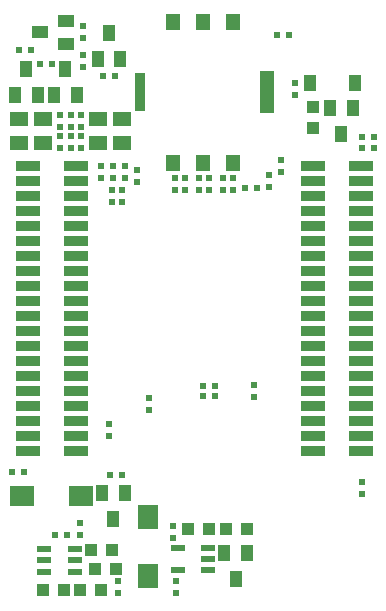
<source format=gbr>
G04 #@! TF.GenerationSoftware,KiCad,Pcbnew,5.1.0-rc2-unknown-036be7d~80~ubuntu16.04.1*
G04 #@! TF.CreationDate,2022-02-25T15:25:04+02:00*
G04 #@! TF.ProjectId,USB-gLINK_Rev_D,5553422d-674c-4494-9e4b-5f5265765f44,D*
G04 #@! TF.SameCoordinates,Original*
G04 #@! TF.FileFunction,Paste,Bot*
G04 #@! TF.FilePolarity,Positive*
%FSLAX46Y46*%
G04 Gerber Fmt 4.6, Leading zero omitted, Abs format (unit mm)*
G04 Created by KiCad (PCBNEW 5.1.0-rc2-unknown-036be7d~80~ubuntu16.04.1) date 2022-02-25 15:25:04*
%MOMM*%
%LPD*%
G04 APERTURE LIST*
%ADD10R,1.154000X1.354000*%
%ADD11R,1.254000X3.544000*%
%ADD12R,0.955296X3.245297*%
%ADD13R,2.000000X0.900000*%
%ADD14R,2.000000X1.700000*%
%ADD15R,1.000000X1.400000*%
%ADD16R,1.400000X1.000000*%
%ADD17R,1.524000X1.270000*%
%ADD18R,0.500000X0.550000*%
%ADD19R,0.550000X0.500000*%
%ADD20R,1.700000X2.000000*%
%ADD21R,1.016000X1.016000*%
%ADD22R,1.200000X0.550000*%
G04 APERTURE END LIST*
D10*
X146812000Y-51942000D03*
X144272000Y-51942000D03*
X141732000Y-51942000D03*
X146812000Y-63892000D03*
X141732000Y-63892000D03*
X144272000Y-63892000D03*
D11*
X149630000Y-57912000D03*
D12*
X138887000Y-57912000D03*
D13*
X153543000Y-76835000D03*
X157607000Y-76835000D03*
X153543000Y-78105000D03*
X157607000Y-78105000D03*
X153543000Y-79375000D03*
X157607000Y-79375000D03*
X153543000Y-80645000D03*
X157607000Y-80645000D03*
X153543000Y-81915000D03*
X157607000Y-81915000D03*
X153543000Y-83185000D03*
X157607000Y-83185000D03*
X153543000Y-84455000D03*
X157607000Y-84455000D03*
X153543000Y-85725000D03*
X157607000Y-85725000D03*
X153543000Y-86995000D03*
X157607000Y-86995000D03*
X153543000Y-88265000D03*
X157607000Y-88265000D03*
X157607000Y-75565000D03*
X153543000Y-75565000D03*
X157607000Y-74295000D03*
X153543000Y-74295000D03*
X157607000Y-73025000D03*
X153543000Y-73025000D03*
X157607000Y-71755000D03*
X153543000Y-71755000D03*
X157607000Y-70485000D03*
X153543000Y-70485000D03*
X157607000Y-69215000D03*
X153543000Y-69215000D03*
X157607000Y-67945000D03*
X153543000Y-67945000D03*
X157607000Y-66675000D03*
X153543000Y-66675000D03*
X157607000Y-65405000D03*
X153543000Y-65405000D03*
X157607000Y-64135000D03*
X153543000Y-64135000D03*
X129413000Y-76835000D03*
X133477000Y-76835000D03*
X129413000Y-78105000D03*
X133477000Y-78105000D03*
X129413000Y-79375000D03*
X133477000Y-79375000D03*
X129413000Y-80645000D03*
X133477000Y-80645000D03*
X129413000Y-81915000D03*
X133477000Y-81915000D03*
X129413000Y-83185000D03*
X133477000Y-83185000D03*
X129413000Y-84455000D03*
X133477000Y-84455000D03*
X129413000Y-85725000D03*
X133477000Y-85725000D03*
X129413000Y-86995000D03*
X133477000Y-86995000D03*
X129413000Y-88265000D03*
X133477000Y-88265000D03*
X133477000Y-75565000D03*
X129413000Y-75565000D03*
X133477000Y-74295000D03*
X129413000Y-74295000D03*
X133477000Y-73025000D03*
X129413000Y-73025000D03*
X133477000Y-71755000D03*
X129413000Y-71755000D03*
X133477000Y-70485000D03*
X129413000Y-70485000D03*
X133477000Y-69215000D03*
X129413000Y-69215000D03*
X133477000Y-67945000D03*
X129413000Y-67945000D03*
X133477000Y-66675000D03*
X129413000Y-66675000D03*
X133477000Y-65405000D03*
X129413000Y-65405000D03*
X133477000Y-64135000D03*
X129413000Y-64135000D03*
D14*
X133945000Y-92075000D03*
X128945000Y-92075000D03*
D15*
X137220960Y-55082440D03*
X135318500Y-55082440D03*
X136273540Y-52872640D03*
D16*
X130469640Y-52829460D03*
X132679440Y-53784500D03*
X132679440Y-51882040D03*
D15*
X130235960Y-58130440D03*
X128333500Y-58130440D03*
X129288540Y-55920640D03*
D17*
X130682999Y-62230000D03*
X130682999Y-60198000D03*
D18*
X130429000Y-55499000D03*
X131445000Y-55499000D03*
D19*
X134112000Y-52324000D03*
X134112000Y-53340000D03*
D18*
X136779000Y-56515000D03*
X135763000Y-56515000D03*
D20*
X139573000Y-93893000D03*
X139573000Y-98893000D03*
D19*
X133921501Y-61595000D03*
X133921501Y-62611000D03*
D21*
X132461000Y-100076000D03*
X130683000Y-100076000D03*
X135636000Y-100076000D03*
X133858000Y-100076000D03*
D15*
X146052540Y-96901000D03*
X147955000Y-96901000D03*
X146999960Y-99110800D03*
D18*
X131699000Y-95377000D03*
X132715000Y-95377000D03*
D21*
X134747000Y-96647000D03*
X136525000Y-96647000D03*
X144780000Y-94869000D03*
X143002000Y-94869000D03*
D19*
X145923000Y-66167000D03*
X145923000Y-65151000D03*
X144780000Y-66167000D03*
X144780000Y-65151000D03*
X141859000Y-66167000D03*
X141859000Y-65151000D03*
X133032501Y-61595000D03*
X133032501Y-62611000D03*
X132143500Y-61595000D03*
X132143500Y-62611000D03*
D17*
X128650999Y-60198000D03*
X128650999Y-62230000D03*
D19*
X133032501Y-59817001D03*
X133032501Y-60833001D03*
X133921499Y-59817000D03*
X133921499Y-60833000D03*
D15*
X135702040Y-91856560D03*
X137604500Y-91856560D03*
X136649460Y-94066360D03*
D19*
X133858000Y-94361000D03*
X133858000Y-95377000D03*
X141986000Y-99314000D03*
X141986000Y-100330000D03*
X141732000Y-94615000D03*
X141732000Y-95631000D03*
X134112000Y-55753000D03*
X134112000Y-54737000D03*
D18*
X128651000Y-54292500D03*
X129667000Y-54292500D03*
D19*
X157734000Y-90932000D03*
X157734000Y-91948000D03*
D18*
X148844000Y-66040000D03*
X147828000Y-66040000D03*
D19*
X146812000Y-65151000D03*
X146812000Y-66167000D03*
X143891000Y-65151000D03*
X143891000Y-66167000D03*
X142748000Y-65151000D03*
X142748000Y-66167000D03*
D15*
X133537960Y-58130440D03*
X131635500Y-58130440D03*
X132590540Y-55920640D03*
D22*
X144683000Y-96456500D03*
X144683000Y-97406500D03*
X144683000Y-98356500D03*
X142083000Y-96456500D03*
X142083000Y-98356500D03*
D19*
X137033000Y-100330000D03*
X137033000Y-99314000D03*
D21*
X147955000Y-94869000D03*
X146177000Y-94869000D03*
D18*
X150495000Y-53086000D03*
X151511000Y-53086000D03*
D17*
X137414000Y-62230000D03*
X137414000Y-60198000D03*
X135382000Y-60198000D03*
X135382000Y-62230000D03*
D19*
X132143502Y-60833000D03*
X132143502Y-59817000D03*
D21*
X136906000Y-98298000D03*
X135128000Y-98298000D03*
D19*
X139700000Y-83820000D03*
X139700000Y-84836000D03*
D18*
X144271999Y-83629500D03*
X145287999Y-83629500D03*
X144272000Y-82740501D03*
X145288000Y-82740501D03*
D19*
X136271000Y-86995000D03*
X136271000Y-85979000D03*
D18*
X128079500Y-90043000D03*
X129095500Y-90043000D03*
X157734000Y-62611000D03*
X158750000Y-62611000D03*
D19*
X148526500Y-82677000D03*
X148526500Y-83693000D03*
D18*
X136398000Y-90297000D03*
X137414000Y-90297000D03*
D19*
X150876000Y-63627000D03*
X150876000Y-64643000D03*
X149860000Y-64897000D03*
X149860000Y-65913000D03*
D21*
X153543000Y-60960000D03*
X153543000Y-59182000D03*
D15*
X153294000Y-57150000D03*
X157094000Y-57150000D03*
X155953460Y-61427360D03*
X156908500Y-59217560D03*
X155006040Y-59217560D03*
D18*
X157734000Y-61722000D03*
X158750000Y-61722000D03*
D19*
X152019000Y-58166000D03*
X152019000Y-57150000D03*
X137668000Y-64135000D03*
X137668000Y-65151000D03*
X137414000Y-67183000D03*
X137414000Y-66167000D03*
X135636000Y-64135000D03*
X135636000Y-65151000D03*
X136652000Y-64135000D03*
X136652000Y-65151000D03*
X138684000Y-65532000D03*
X138684000Y-64516000D03*
X136525000Y-67183000D03*
X136525000Y-66167000D03*
D22*
X133380100Y-96586000D03*
X133380100Y-97536000D03*
X133380100Y-98486000D03*
X130779900Y-98486000D03*
X130779900Y-97536000D03*
X130779900Y-96586000D03*
M02*

</source>
